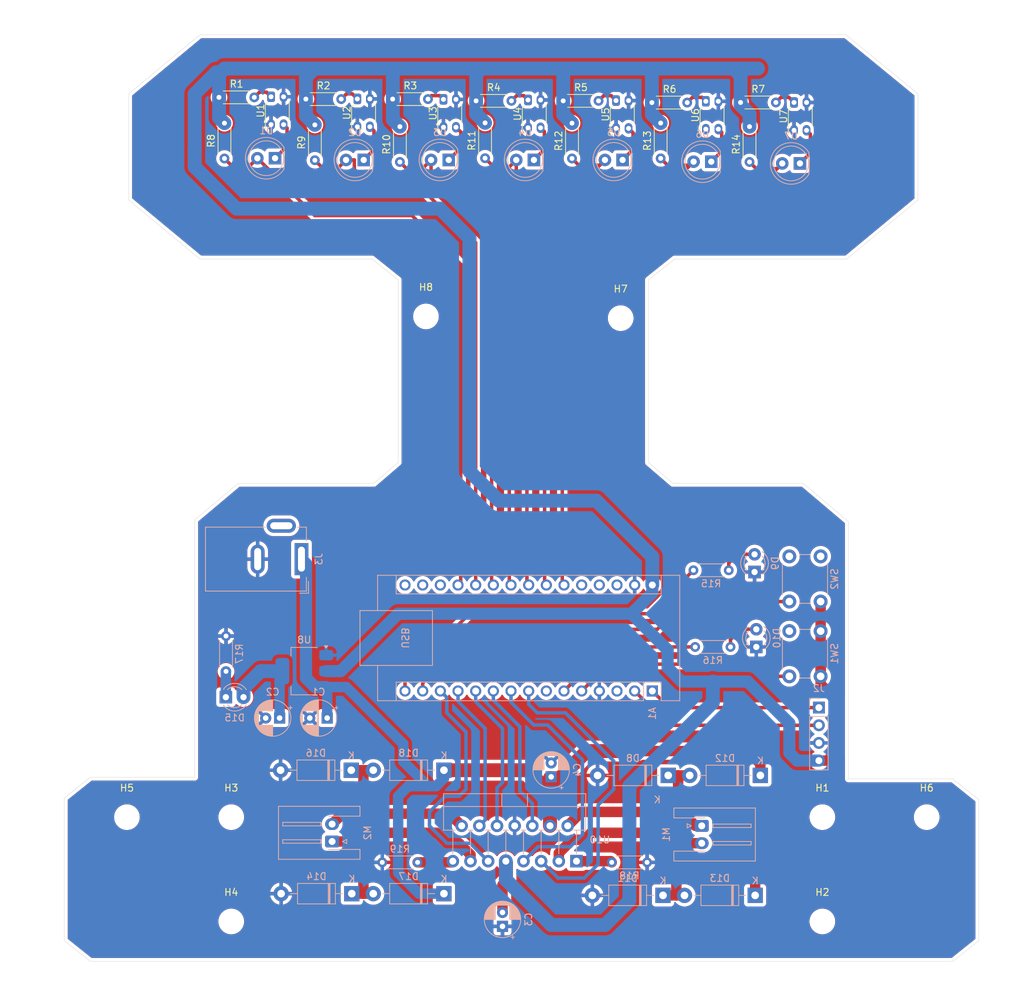
<source format=kicad_pcb>
(kicad_pcb (version 20240108) (generator "pcbnew") (generator_version "8.0")
  (layers (0 "F.Cu" signal) (31 "B.Cu" signal) (34 "B.Paste" user) (35 "F.Paste" user) (36 "B.SilkS" user "B.Silkscreen") (37 "F.SilkS" user "F.Silkscreen") (38 "B.Mask" user) (39 "F.Mask" user) (44 "Edge.Cuts" user))
  (net 0 "")
  (net 1 "Net-(D1-K)")
  (net 2 "A0")
  (net 3 "A1")
  (net 4 "Net-(D2-K)")
  (net 5 "Net-(D3-K)")
  (net 6 "A2")
  (net 7 "A3")
  (net 8 "Net-(D4-K)")
  (net 9 "A4")
  (net 10 "Net-(D5-K)")
  (net 11 "Net-(D6-K)")
  (net 12 "A5")
  (net 13 "A6")
  (net 14 "Net-(D7-K)")
  (net 15 "GND")
  (net 16 "Net-(U6-A)")
  (net 17 "Net-(U1-A)")
  (net 18 "Net-(U2-A)")
  (net 19 "Net-(U3-A)")
  (net 20 "Net-(U4-A)")
  (net 21 "Net-(U5-A)")
  (net 22 "Net-(U7-A)")
  (net 24 "B2")
  (net 26 "INB2")
  (net 29 "INB1")
  (net 30 "INA1")
  (net 31 "STBY")
  (net 34 "RX")
  (net 35 "PWMB")
  (net 36 "B1")
  (net 37 "LED1")
  (net 38 "INA2")
  (net 39 "IR")
  (net 40 "+5V")
  (net 41 "PWMA")
  (net 42 "TX")
  (net 43 "LED2")
  (net 44 "+9V")
  (net 45 "Net-(D9-A)")
  (net 46 "Net-(D10-A)")
  (net 47 "Net-(D15-K)")
  (net 49 "OUT1")
  (net 50 "OUT2")
  (net 51 "OUT3")
  (net 52 "OUT4")
  (net 53 "Net-(U10-SENSE_B)")
  (net 54 "Net-(U10-SENSE_A)")
  (footprint "OptoDevice:OnSemi_CASE100AQ" (layer "F.Cu") (at 144.674998 30.626664)
    (property "Reference" "U4")
    (property "Value" "QRE1113")
  )
  (footprint "Resistor_THT:R_Axial_DIN0204_L3.6mm_D1.6mm_P5.08mm_Horizontal" (layer "F.Cu") (at 126.249999 39.54 90)
    (property "Reference" "R10")
    (property "Value" "R")
  )
  (footprint "MountingHole:MountingHole_3.2mm_M3" (layer "F.Cu") (at 102 133.75)
    (property "Reference" "H3")
    (property "Value" "MountingHole")
  )
  (footprint "Resistor_THT:R_Axial_DIN0204_L3.6mm_D1.6mm_P5.08mm_Horizontal" (layer "F.Cu") (at 138.499999 39 90)
    (property "Reference" "R11")
    (property "Value" "R")
  )
  (footprint "OptoDevice:OnSemi_CASE100AQ" (layer "F.Cu") (at 107.724999 30.166666)
    (property "Reference" "U1")
    (property "Value" "QRE1113")
  )
  (footprint "Resistor_THT:R_Axial_DIN0204_L3.6mm_D1.6mm_P5.08mm_Horizontal" (layer "F.Cu") (at 137.209999 30.75)
    (property "Reference" "R4")
    (property "Value" "R")
  )
  (footprint "Resistor_THT:R_Axial_DIN0204_L3.6mm_D1.6mm_P5.08mm_Horizontal" (layer "F.Cu") (at 112.734999 30.5)
    (property "Reference" "R2")
    (property "Value" "R")
  )
  (footprint "MountingHole:MountingHole_3.2mm_M3" (layer "F.Cu") (at 102 148.75)
    (property "Reference" "H4")
    (property "Value" "MountingHole")
  )
  (footprint "MountingHole:MountingHole_3.2mm_M3" (layer "F.Cu") (at 202 133.75)
    (property "Reference" "H6")
    (property "Value" "MountingHole")
  )
  (footprint "Resistor_THT:R_Axial_DIN0204_L3.6mm_D1.6mm_P5.08mm_Horizontal" (layer "F.Cu") (at 163.749999 39.025 90)
    (property "Reference" "R13")
    (property "Value" "R")
  )
  (footprint "Resistor_THT:R_Axial_DIN0204_L3.6mm_D1.6mm_P5.08mm_Horizontal" (layer "F.Cu") (at 175.234999 30.985)
    (property "Reference" "R7")
    (property "Value" "R")
  )
  (footprint "MountingHole:MountingHole_3.2mm_M3" (layer "F.Cu") (at 187 133.75)
    (property "Reference" "H1")
    (property "Value" "MountingHole")
  )
  (footprint "Resistor_THT:R_Axial_DIN0204_L3.6mm_D1.6mm_P5.08mm_Horizontal" (layer "F.Cu") (at 100.234999 30.25)
    (property "Reference" "R1")
    (property "Value" "R")
  )
  (footprint "OptoDevice:OnSemi_CASE100AQ" (layer "F.Cu") (at 132.516665 30.543332)
    (property "Reference" "U3")
    (property "Value" "QRE1113")
  )
  (footprint "OptoDevice:OnSemi_CASE100AQ" (layer "F.Cu") (at 120.133332 30.475)
    (property "Reference" "U2")
    (property "Value" "QRE1113")
  )
  (footprint "Resistor_THT:R_Axial_DIN0204_L3.6mm_D1.6mm_P5.08mm_Horizontal" (layer "F.Cu") (at 149.734999 30.75)
    (property "Reference" "R5")
    (property "Value" "R")
  )
  (footprint "MountingHole:MountingHole_3.2mm_M3" (layer "F.Cu") (at 187 148.75)
    (property "Reference" "H2")
    (property "Value" "MountingHole")
  )
  (footprint "Resistor_THT:R_Axial_DIN0204_L3.6mm_D1.6mm_P5.08mm_Horizontal" (layer "F.Cu") (at 150.999999 39.04 90)
    (property "Reference" "R12")
    (property "Value" "R")
  )
  (footprint "Resistor_THT:R_Axial_DIN0204_L3.6mm_D1.6mm_P5.08mm_Horizontal" (layer "F.Cu") (at 114.024999 39.29 90)
    (property "Reference" "R9")
    (property "Value" "R")
  )
  (footprint "Resistor_THT:R_Axial_DIN0204_L3.6mm_D1.6mm_P5.08mm_Horizontal" (layer "F.Cu") (at 101.024999 39.04 90)
    (property "Reference" "R8")
    (property "Value" "R")
  )
  (footprint "Resistor_THT:R_Axial_DIN0204_L3.6mm_D1.6mm_P5.08mm_Horizontal" (layer "F.Cu") (at 162.484999 31)
    (property "Reference" "R6")
    (property "Value" "R")
  )
  (footprint "OptoDevice:OnSemi_CASE100AQ" (layer "F.Cu") (at 170.241664 30.81833)
    (property "Reference" "U6")
    (property "Value" "QRE1113")
  )
  (footprint "MountingHole:MountingHole_3.2mm_M3" (layer "F.Cu") (at 87 133.75)
    (property "Reference" "H5")
    (property "Value" "MountingHole")
  )
  (footprint "MountingHole:MountingHole_3.2mm_M3" (layer "F.Cu") (at 130 61.75)
    (property "Reference" "H8")
    (property "Value" "MountingHole")
  )
  (footprint "OptoDevice:OnSemi_CASE100AQ" (layer "F.Cu") (at 157.333331 30.709998)
    (property "Reference" "U5")
    (property "Value" "QRE1113")
  )
  (footprint "Resistor_THT:R_Axial_DIN0204_L3.6mm_D1.6mm_P5.08mm_Horizontal" (layer "F.Cu") (at 125.209999 30.5)
    (property "Reference" "R3")
    (property "Value" "R")
  )
  (footprint "OptoDevice:OnSemi_CASE100AQ" (layer "F.Cu") (at 182.924999 30.984996)
    (property "Reference" "U7")
    (property "Value" "QRE1113")
  )
  (footprint "MountingHole:MountingHole_3.2mm_M3" (layer "F.Cu") (at 158 62)
    (property "Reference" "H7")
    (property "Value" "MountingHole")
  )
  (footprint "Resistor_THT:R_Axial_DIN0204_L3.6mm_D1.6mm_P5.08mm_Horizontal" (layer "F.Cu") (at 176.524999 39.54 90)
    (property "Reference" "R14")
    (property "Value" "R")
  )
  (footprint "LED_THT:LED_D5.0mm" (layer "B.Cu") (at 108.299999 39 180)
    (property "Reference" "D1")
    (property "Value" "LED")
  )
  (footprint "Module:Arduino_Nano" (layer "B.Cu") (at 162.55 115.61 90)
    (property "Reference" "A1")
    (property "Value" "Arduino_Nano_v3.x")
  )
  (footprint "Capacitor_THT:CP_Radial_D5.0mm_P2.00mm" (layer "B.Cu") (at 148.005 127.955112 90)
    (property "Reference" "C4")
    (property "Value" "100n")
  )
  (footprint "LED_THT:LED_D3.0mm" (layer "B.Cu") (at 101.225 116.5)
    (property "Reference" "D15")
    (property "Value" "LED")
  )
  (footprint "Package_TO_SOT_THT:TO-220-15_P2.54x2.54mm_StaggerOdd_Lead4.58mm_Vertical" (layer "B.Cu") (at 151.645 140.08 180)
    (property "Reference" "U10")
    (property "Value" "L298N")
  )
  (footprint "Button_Switch_THT:SW_PUSH_6mm_H4.3mm" (layer "B.Cu") (at 186.75 113.5 90)
    (property "Reference" "SW1")
    (property "Value" "SW_Push")
  )
  (footprint "LED_THT:LED_D5.0mm" (layer "B.Cu") (at 133.274999 39.25 180)
    (property "Reference" "D3")
    (property "Value" "LED")
  )
  (footprint "Resistor_THT:R_Axial_DIN0204_L3.6mm_D1.6mm_P5.08mm_Horizontal" (layer "B.Cu") (at 168.46 98.25)
    (property "Reference" "R15")
    (property "Value" "1k")
  )
  (footprint "Diode_THT:D_DO-41_SOD81_P10.16mm_Horizontal" (layer "B.Cu") (at 177.335 145 180)
    (property "Reference" "D13")
    (property "Value" "1N4007")
  )
  (footprint "Package_TO_SOT_SMD:SOT-223-3_TabPin2" (layer "B.Cu") (at 112.5 112.75 180)
    (property "Reference" "U8")
    (property "Value" "AMS1117-5.0")
  )
  (footprint "Diode_THT:D_DO-41_SOD81_P10.16mm_Horizontal" (layer "B.Cu") (at 119.335 144.75 180)
    (property "Reference" "D14")
    (property "Value" "1N4007")
  )
  (footprint "LED_THT:LED_D3.0mm" (layer "B.Cu") (at 177.5 109.275 90)
    (property "Reference" "D10")
    (property "Value" "LED")
  )
  (footprint "LED_THT:LED_D5.0mm" (layer "B.Cu") (at 183.774999 39.75 180)
    (property "Reference" "D7")
    (property "Value" "LED")
  )
  (footprint "Diode_THT:D_DO-41_SOD81_P10.16mm_Horizontal" (layer "B.Cu") (at 164.085 145 180)
    (property "Reference" "D11")
    (property "Value" "1N4007")
  )
  (footprint "LED_THT:LED_D3.0mm" (layer "B.Cu") (at 177.25 98.5 90)
    (property "Reference" "D9")
    (property "Value" "LED")
  )
  (footprint "Capacitor_THT:CP_Radial_D5.0mm_P2.00mm" (layer "B.Cu") (at 141.005 149.455112 90)
    (property "Reference" "C3")
    (property "Value" "100n")
  )
  (footprint "Resistor_THT:R_Axial_DIN0204_L3.6mm_D1.6mm_P5.08mm_Horizontal" (layer "B.Cu") (at 168.71 109.275)
    (property "Reference" "R16")
    (property "Value" "1k")
  )
  (footprint "Diode_THT:D_DO-41_SOD81_P10.16mm_Horizontal" (layer "B.Cu") (at 178.085 127.75 180)
    (property "Reference" "D12")
    (property "Value" "1N4007")
  )
  (footprint "Capacitor_THT:CP_Radial_D5.0mm_P2.00mm" (layer "B.Cu") (at 108.955112 119.5 180)
    (property "Reference" "C2")
    (property "Value" "22u")
  )
  (footprint "LED_THT:LED_D5.0mm" (layer "B.Cu") (at 121.049999 39.25 180)
    (property "Reference" "D2")
    (property "Value" "LED")
  )
  (footprint "Diode_THT:D_DO-41_SOD81_P10.16mm_Horizontal" (layer "B.Cu") (at 164.835 127.75 180)
    (property "Reference" "D8")
    (property "Value" "1N4007")
  )
  (footprint "Connector_JST:JST_XH_S2B-XH-A-1_1x02_P2.50mm_Horizontal" (layer "B.Cu") (at 116.505 137.25 90)
    (property "Reference" "M2")
    (property "Value" "Motor_DC")
  )
  (footprint "Connector_BarrelJack:BarrelJack_GCT_DCJ200-10-A_Horizontal" (layer "B.Cu") (at 112.1 96.65 90)
    (property "Reference" "J3")
    (property "Value" "Input Power")
  )
  (footprint "LED_THT:LED_D5.0mm" (layer "B.Cu") (at 145.524999 39.25 180)
    (property "Reference" "D4")
    (property "Value" "LED")
  )
  (footprint "Connector_JST:JST_XH_S2B-XH-A-1_1x02_P2.50mm_Horizontal" (layer "B.Cu") (at 169.655 135 -90)
    (property "Reference" "M1")
    (property "Value" "Motor_DC")
  )
  (footprint "Resistor_THT:R_Axial_DIN0204_L3.6mm_D1.6mm_P5.08mm_Horizontal" (layer "B.Cu") (at 156.715 140.25)
    (property "Reference" "R18")
    (property "Value" "R")
  )
  (footprint "LED_THT:LED_D5.0mm" (layer "B.Cu") (at 158.274999 39.25 180)
    (property "Reference" "D5")
    (property "Value" "LED")
  )
  (footprint "Connector_PinSocket_2.54mm:PinSocket_1x04_P2.54mm_Vertical" (layer "B.Cu") (at 186.5 118 180)
    (property "Reference" "J2")
    (property "Value" "Bluetooth module")
  )
  (footprint "LED_THT:LED_D5.0mm" (layer "B.Cu") (at 171.024999 39.5 180)
    (property "Reference" "D6")
    (property "Value" "LED")
  )
  (footprint "Diode_THT:D_DO-41_SOD81_P10.16mm_Horizontal" (layer "B.Cu") (at 132.585 144.75 180)
    (property "Reference" "D17")
    (property "Value" "1N4007")
  )
  (footprint "Resistor_THT:R_Axial_DIN0204_L3.6mm_D1.6mm_P5.08mm_Horizontal" (layer "B.Cu") (at 128.795 140.25 180)
    (property "Reference" "R19")
    (property "Value" "R")
  )
  (footprint "Resistor_THT:R_Axial_DIN0204_L3.6mm_D1.6mm_P5.08mm_Horizontal" (layer "B.Cu") (at 101.25 112.79 90)
    (property "Reference" "R17")
    (property "Value" "1k")
  )
  (footprint "Diode_THT:D_DO-41_SOD81_P10.16mm_Horizontal" (layer "B.Cu") (at 132.585 127 180)
    (property "Reference" "D18")
    (property "Value" "1N4007")
  )
  (footprint "Diode_THT:D_DO-41_SOD81_P10.16mm_Horizontal" (layer "B.Cu") (at 119.255 127 180)
    (property "Reference" "D16")
    (property "Value" "1N4007")
  )
  (footprint "Button_Switch_THT:SW_PUSH_6mm_H4.3mm" (layer "B.Cu") (at 186.75 102.75 90)
    (property "Reference" "SW2")
    (property "Value" "SW_Push")
  )
  (footprint "Capacitor_THT:CP_Radial_D5.0mm_P2.50mm" (layer "B.Cu") (at 115.794886 119.5 180)
    (property "Reference" "C1")
    (property "Value" "22u")
  )
  (gr_line (start 190.75 128.25) (end 190.75 91.25) (stroke (width 0.05)) (layer "Edge.Cuts"))
  (gr_line (start 103 85.75) (end 122.501582 85.75) (stroke (width 0.05)) (layer "Edge.Cuts"))
  (gr_line (start 190.75 91.25) (end 184.25 85.75) (stroke (width 0.05)) (layer "Edge.Cuts"))
  (gr_line (start 162 82.75) (end 165.5 85.75) (stroke (width 0.05)) (layer "Edge.Cuts"))
  (gr_line (start 200.749999 29.75) (end 200.749999 45) (stroke (width 0.05)) (layer "Edge.Cuts"))
  (gr_line (start 126 82.75) (end 126 56.5) (stroke (width 0.05)) (layer "Edge.Cuts"))
  (gr_line (start 165.75 53.5) (end 190.499999 53.5) (stroke (width 0.05)) (layer "Edge.Cuts"))
  (gr_line (start 162 82.75) (end 162 56.5) (stroke (width 0.05)) (layer "Edge.Cuts"))
  (gr_line (start 165.75 53.5) (end 162 56.5) (stroke (width 0.05)) (layer "Edge.Cuts"))
  (gr_line (start 205.75 128.25) (end 209.5 131.25) (stroke (width 0.05)) (layer "Edge.Cuts"))
  (gr_line (start 78 131) (end 78 151.5) (stroke (width 0.05)) (layer "Edge.Cuts"))
  (gr_line (start 96.75 128) (end 81.75 128) (stroke (width 0.05)) (layer "Edge.Cuts"))
  (gr_line (start 209.5 131.25) (end 209.5 151.5) (stroke (width 0.05)) (layer "Edge.Cuts"))
  (gr_line (start 126 82.75) (end 122.5 85.75) (stroke (width 0.05)) (layer "Edge.Cuts"))
  (gr_line (start 97.499999 53.5) (end 122.25 53.5) (stroke (width 0.05)) (layer "Edge.Cuts"))
  (gr_line (start 190.75 128.25) (end 205.75 128.25) (stroke (width 0.05)) (layer "Edge.Cuts"))
  (gr_line (start 87.249999 45) (end 97.499999 53.5) (stroke (width 0.05)) (layer "Edge.Cuts"))
  (gr_line (start 81.75 128) (end 78 131) (stroke (width 0.05)) (layer "Edge.Cuts"))
  (gr_line (start 81.75 154.5) (end 205.75 154.5) (stroke (width 0.05)) (layer "Edge.Cuts"))
  (gr_line (start 122.25 53.5) (end 126 56.5) (stroke (width 0.05)) (layer "Edge.Cuts"))
  (gr_line (start 200.749999 45) (end 190.499999 53.5) (stroke (width 0.05)) (layer "Edge.Cuts"))
  (gr_line (start 96.75 91) (end 103 85.75) (stroke (width 0.05)) (layer "Edge.Cuts"))
  (gr_line (start 205.75 154.5) (end 209.5 151.5) (stroke (width 0.05)) (layer "Edge.Cuts"))
  (gr_line (start 184.25 85.75) (end 165.5 85.75) (stroke (width 0.05)) (layer "Edge.Cuts"))
  (gr_line (start 200.749999 29.75) (end 190.374999 21.25) (stroke (width 0.05)) (layer "Edge.Cuts"))
  (gr_line (start 97.499999 21.25) (end 190.374999 21.25) (stroke (width 0.05)) (layer "Edge.Cuts"))
  (gr_line (start 87.249999 29.75) (end 97.499999 21.25) (stroke (width 0.05)) (layer "Edge.Cuts"))
  (gr_line (start 96.75 128) (end 96.75 91) (stroke (width 0.05)) (layer "Edge.Cuts"))
  (gr_line (start 87.249999 29.75) (end 87.249999 45) (stroke (width 0.05)) (layer "Edge.Cuts"))
  (gr_line (start 81.75 154.5) (end 78 151.5) (stroke (width 0.05)) (layer "Edge.Cuts"))
  (segment (start 110.024999 34.666666) (end 110.024999 37.275) (width 0.5) (layer "F.Cu") (net 1))
  (segment (start 110.024999 37.275) (end 108.299999 39) (width 0.5) (layer "F.Cu") (net 1))
  (segment (start 109.524999 34.166666) (end 110.024999 34.666666) (width 0.5) (layer "F.Cu") (net 1))
  (segment (start 163.5 44.25) (end 149.6 58.15) (width 0.5) (layer "F.Cu") (net 2))
  (segment (start 149.6 100.12) (end 149.85 100.37) (width 0.5) (layer "F.Cu") (net 2))
  (segment (start 179.274999 40.5) (end 177.484999 40.5) (width 0.5) (layer "F.Cu") (net 2))
  (segment (start 176.734999 44.25) (end 163.5 44.25) (width 0.5) (layer "F.Cu") (net 2))
  (segment (start 149.6 58.15) (end 149.6 100.12) (width 0.5) (layer "F.Cu") (net 2))
  (segment (start 177.484999 40.5) (end 176.524999 39.54) (width 0.5) (layer "F.Cu") (net 2))
  (segment (start 181.234999 39.75) (end 180.484999 40.5) (width 0.5) (layer "F.Cu") (net 2))
  (segment (start 180.484999 40.5) (end 179.274999 40.5) (width 0.5) (layer "F.Cu") (net 2))
  (segment (start 181.234999 39.75) (end 176.734999 44.25) (width 0.5) (layer "F.Cu") (net 2))
  (segment (start 161.5 42.25) (end 147.06 56.69) (width 0.5) (layer "F.Cu") (net 3))
  (segment (start 168.484999 39.5) (end 167.984999 40) (width 0.5) (layer "F.Cu") (net 3))
  (segment (start 147.06 56.69) (end 147.06 100.12) (width 0.5) (layer "F.Cu") (net 3))
  (segment (start 165.734999 42.25) (end 161.5 42.25) (width 0.5) (layer "F.Cu") (net 3))
  (segment (start 147.06 100.12) (end 147.31 100.37) (width 0.5) (layer "F.Cu") (net 3))
  (segment (start 166.524999 40) (end 164.724999 40) (width 0.5) (layer "F.Cu") (net 3))
  (segment (start 167.984999 40) (end 166.524999 40) (width 0.5) (layer "F.Cu") (net 3))
  (segment (start 164.724999 40) (end 163.749999 39.025) (width 0.5) (layer "F.Cu") (net 3))
  (segment (start 168.484999 39.5) (end 165.734999 42.25) (width 0.5) (layer "F.Cu") (net 3))
  (segment (start 122.524999 37.775) (end 121.049999 39.25) (width 0.5) (layer "F.Cu") (net 4))
  (segment (start 122.524999 35.066667) (end 122.524999 37.775) (width 0.5) (layer "F.Cu") (net 4))
  (segment (start 121.933332 34.475) (end 122.524999 35.066667) (width 0.5) (layer "F.Cu") (net 4))
  (segment (start 135.024999 35.251666) (end 135.024999 37.5) (width 0.5) (layer "F.Cu") (net 5))
  (segment (start 134.316665 34.543332) (end 135.024999 35.251666) (width 0.5) (layer "F.Cu") (net 5))
  (segment (start 135.024999 37.5) (end 133.274999 39.25) (width 0.5) (layer "F.Cu") (net 5))
  (segment (start 155.734999 39.25) (end 144.52 50.464999) (width 0.5) (layer "F.Cu") (net 6))
  (segment (start 151.959999 40) (end 150.999999 39.04) (width 0.5) (layer "F.Cu") (net 6))
  (segment (start 154.984999 40) (end 154.024999 40) (width 0.5) (layer "F.Cu") (net 6))
  (segment (start 144.52 50.464999) (end 144.52 100.12) (width 0.5) (layer "F.Cu") (net 6))
  (segment (start 155.734999 39.25) (end 154.984999 40) (width 0.5) (layer "F.Cu") (net 6))
  (segment (start 144.52 100.12) (end 144.77 100.37) (width 0.5) (layer "F.Cu") (net 6))
  (segment (start 154.024999 40) (end 151.959999 40) (width 0.5) (layer "F.Cu") (net 6))
  (segment (start 142.984999 45.765001) (end 141.98 46.77) (width 0.5) (layer "F.Cu") (net 7))
  (segment (start 142.984999 39.25) (end 141.984999 40.25) (width 0.5) (layer "F.Cu") (net 7))
  (segment (start 141.984999 40.25) (end 140.774999 40.25) (width 0.5) (layer "F.Cu") (net 7))
  (segment (start 141.98 100.12) (end 142.23 100.37) (width 0.5) (layer "F.Cu") (net 7))
  (segment (start 142.984999 39.25) (end 142.984999 45.765001) (width 0.5) (layer "F.Cu") (net 7))
  (segment (start 139.749999 40.25) (end 138.499999 39) (width 0.5) (layer "F.Cu") (net 7))
  (segment (start 141.98 46.77) (end 141.98 100.12) (width 0.5) (layer "F.Cu") (net 7))
  (segment (start 140.774999 40.25) (end 139.749999 40.25) (width 0.5) (layer "F.Cu") (net 7))
  (segment (start 147.024999 35.176665) (end 147.024999 37.75) (width 0.5) (layer "F.Cu") (net 8))
  (segment (start 147.024999 37.75) (end 145.524999 39.25) (width 0.5) (layer "F.Cu") (net 8))
  (segment (start 146.474998 34.626664) (end 147.024999 35.176665) (width 0.5) (layer "F.Cu") (net 8))
  (segment (start 127.209999 40.5) (end 128.524999 40.5) (width 0.5) (layer "F.Cu") (net 9))
  (segment (start 128.524999 40.5) (end 129.484999 40.5) (width 0.5) (layer "F.Cu") (net 9))
  (segment (start 139.44 100.12) (end 139.69 100.37) (width 0.5) (layer "F.Cu") (net 9))
  (segment (start 130.734999 39.25) (end 130.734999 41.734999) (width 0.5) (layer "F.Cu") (net 9))
  (segment (start 130.734999 41.734999) (end 139.44 50.44) (width 0.5) (layer "F.Cu") (net 9))
  (segment (start 129.484999 40.5) (end 130.734999 39.25) (width 0.5) (layer "F.Cu") (net 9))
  (segment (start 126.249999 39.54) (end 127.209999 40.5) (width 0.5) (layer "F.Cu") (net 9))
  (segment (start 139.44 50.44) (end 139.44 100.12) (width 0.5) (layer "F.Cu") (net 9))
  (segment (start 159.133331 34.709998) (end 159.774999 35.351666) (width 0.5) (layer "F.Cu") (net 10))
  (segment (start 159.774999 35.351666) (end 159.774999 37.75) (width 0.5) (layer "F.Cu") (net 10))
  (segment (start 159.774999 37.75) (end 158.274999 39.25) (width 0.5) (layer "F.Cu") (net 10))
  (segment (start 172.524999 35.301665) (end 172.524999 38) (width 0.5) (layer "F.Cu") (net 11))
  (segment (start 172.524999 38) (end 171.024999 39.5) (width 0.5) (layer "F.Cu") (net 11))
  (segment (start 172.041664 34.81833) (end 172.524999 35.301665) (width 0.5) (layer "F.Cu") (net 11))
  (segment (start 114.024999 39.29) (end 115.234999 40.5) (width 0.5) (layer "F.Cu") (net 12))
  (segment (start 116.274999 40.5) (end 117.259999 40.5) (width 0.5) (layer "F.Cu") (net 12))
  (segment (start 137.15 51.15) (end 137.15 100.37) (width 0.5) (layer "F.Cu") (net 12))
  (segment (start 129.75 43.75) (end 137.15 51.15) (width 0.5) (layer "F.Cu") (net 12))
  (segment (start 119.699999 39.25) (end 119.699999 40.6) (width 0.5) (layer "F.Cu") (net 12))
  (segment (start 122.849999 43.75) (end 129.75 43.75) (width 0.5) (layer "F.Cu") (net 12))
  (segment (start 119.699999 40.6) (end 122.849999 43.75) (width 0.5) (layer "F.Cu") (net 12))
  (segment (start 115.234999 40.5) (end 116.274999 40.5) (width 0.5) (layer "F.Cu") (net 12))
  (segment (start 117.259999 40.5) (end 118.509999 39.25) (width 0.5) (layer "F.Cu") (net 12))
  (segment (start 118.509999 39.25) (end 119.699999 39.25) (width 0.5) (layer "F.Cu") (net 12))
  (segment (start 101.984999 40) (end 103.774999 40) (width 0.5) (layer "F.Cu") (net 13))
  (segment (start 103.774999 40) (end 104.759999 40) (width 0.5) (layer "F.Cu") (net 13))
  (segment (start 135 54.25) (end 135 99.98) (width 0.5) (layer "F.Cu") (net 13))
  (segment (start 114.009999 47.25) (end 128 47.25) (width 0.5) (layer "F.Cu") (net 13))
  (segment (start 104.759999 40) (end 105.759999 39) (width 0.5) (layer "F.Cu") (net 13))
  (segment (start 135 99.98) (end 134.61 100.37) (width 0.5) (layer "F.Cu") (net 13))
  (segment (start 101.024999 39.04) (end 101.984999 40) (width 0.5) (layer "F.Cu") (net 13))
  (segment (start 128 47.25) (end 135 54.25) (width 0.5) (layer "F.Cu") (net 13))
  (segment (start 105.759999 39) (end 114.009999 47.25) (width 0.5) (layer "F.Cu") (net 13))
  (segment (start 185.274999 38.25) (end 183.774999 39.75) (width 0.5) (layer "F.Cu") (net 14))
  (segment (start 184.724999 34.984996) (end 185.274999 35.534996) (width 0.5) (layer "F.Cu") (net 14))
  (segment (start 185.274999 35.534996) (end 185.274999 38.25) (width 0.5) (layer "F.Cu") (net 14))
  (segment (start 168.314999 30.25) (end 169.673334 30.25) (width 0.5) (layer "F.Cu") (net 16))
  (segment (start 169.673334 30.25) (end 170.241664 30.81833) (width 0.5) (layer "F.Cu") (net 16))
  (segment (start 167.564999 31) (end 168.314999 30.25) (width 0.5) (layer "F.Cu") (net 16))
  (segment (start 107.058333 29.5) (end 107.724999 30.166666) (width 0.5) (layer "F.Cu") (net 17))
  (segment (start 105.314999 30.25) (end 106.064999 29.5) (width 0.5) (layer "F.Cu") (net 17))
  (segment (start 106.064999 29.5) (end 107.058333 29.5) (width 0.5) (layer "F.Cu") (net 17))
  (segment (start 117.814999 30.5) (end 118.564999 29.75) (width 0.5) (layer "F.Cu") (net 18))
  (segment (start 118.564999 29.75) (end 119.408332 29.75) (width 0.5) (layer "F.Cu") (net 18))
  (segment (start 119.408332 29.75) (end 120.133332 30.475) (width 0.5) (layer "F.Cu") (net 18))
  (segment (start 130.289999 30.5) (end 130.789999 30) (width 0.5) (layer "F.Cu") (net 19))
  (segment (start 130.789999 30) (end 131.973333 30) (width 0.5) (layer "F.Cu") (net 19))
  (segment (start 131.973333 30) (end 132.516665 30.543332) (width 0.5) (layer "F.Cu") (net 19))
  (segment (start 142.289999 30.75) (end 143.039999 30) (width 0.5) (layer "F.Cu") (net 20))
  (segment (start 144.048334 30) (end 144.674998 30.626664) (width 0.5) (layer "F.Cu") (net 20))
  (segment (start 143.039999 30) (end 144.048334 30) (width 0.5) (layer "F.Cu") (net 20))
  (segment (start 155.564999 30) (end 156.623333 30) (width 0.5) (layer "F.Cu") (net 21))
  (segment (start 154.814999 30.75) (end 155.564999 30) (width 0.5) (layer "F.Cu") (net 21))
  (segment (start 156.623333 30) (end 157.333331 30.709998) (width 0.5) (layer "F.Cu") (net 21))
  (segment (start 180.314999 30.985) (end 181.049999 30.25) (width 0.5) (layer "F.Cu") (net 22))
  (segment (start 182.190003 30.25) (end 182.924999 30.984996) (width 0.5) (layer "F.Cu") (net 22))
  (segment (start 181.049999 30.25) (end 182.190003 30.25) (width 0.5) (layer "F.Cu") (net 22))
  (segment (start 137.25 106.75) (end 129.53 114.47) (width 0.5) (layer "F.Cu") (net 24))
  (segment (start 182.249999 102.75) (end 167.25 102.75) (width 0.5) (layer "F.Cu") (net 24))
  (segment (start 163.25 106.75) (end 137.25 106.75) (width 0.5) (layer "F.Cu") (net 24))
  (segment (start 129.53 114.47) (end 129.53 115.61) (width 0.5) (layer "F.Cu") (net 24))
  (segment (start 167.25 102.75) (end 163.25 106.75) (width 0.5) (layer "F.Cu") (net 24))
  (segment (start 134.610001 117.105) (end 134.610001 115.61) (width 0.5) (layer "B.Cu") (net 26))
  (segment (start 138.505001 121) (end 134.610001 117.105) (width 0.5) (layer "B.Cu") (net 26))
  (segment (start 138.505001 134.169999) (end 138.505001 121) (width 0.5) (layer "B.Cu") (net 26))
  (segment (start 137.675 135) (end 138.505001 134.169999) (width 0.5) (layer "B.Cu") (net 26))
  (segment (start 141.005 120.999999) (end 137.15 117.144999) (width 0.5) (layer "B.Cu") (net 29))
  (segment (start 141.005 128.75) (end 141.005 120.999999) (width 0.5) (layer "B.Cu") (net 29))
  (segment (start 137.15 117.144999) (end 137.15 115.61) (width 0.5) (layer "B.Cu") (net 29))
  (segment (start 140.215 135) (end 140.215 129.54) (width 0.5) (layer "B.Cu") (net 29))
  (segment (start 140.215 129.54) (end 141.005 128.75) (width 0.5) (layer "B.Cu") (net 29))
  (segment (start 157.005 129.75) (end 157.005 125.696346) (width 0.5) (layer "B.Cu") (net 30))
  (segment (start 157.005 125.696346) (end 150.058654 118.75) (width 0.5) (layer "B.Cu") (net 30))
  (segment (start 150.058654 118.75) (end 146 118.75) (width 0.5) (layer "B.Cu") (net 30))
  (segment (start 154.755 132) (end 157.005 129.75) (width 0.5) (layer "B.Cu") (net 30))
  (segment (start 154.755 140.5) (end 154.755 132) (width 0.5) (layer "B.Cu") (net 30))
  (segment (start 146.565001 140.08) (end 148.985001 142.5) (width 0.5) (layer "B.Cu") (net 30))
  (segment (start 144.769999 117.519999) (end 144.769999 115.61) (width 0.5) (layer "B.Cu") (net 30))
  (segment (start 148.985001 142.5) (end 152.755 142.5) (width 0.5) (layer "B.Cu") (net 30))
  (segment (start 152.755 142.5) (end 154.755 140.5) (width 0.5) (layer "B.Cu") (net 30))
  (segment (start 146 118.75) (end 144.769999 117.519999) (width 0.5) (layer "B.Cu") (net 30))
  (segment (start 186.5 118) (end 164.94 118) (width 0.5) (layer "F.Cu") (net 34))
  (segment (start 164.94 118) (end 162.55 115.61) (width 0.5) (layer "F.Cu") (net 34))
  (segment (start 136.365 137.5) (end 133.005 137.5) (width 0.5) (layer "B.Cu") (net 35))
  (segment (start 138.945 140.08) (end 136.365 137.5) (width 0.5) (layer "B.Cu") (net 35))
  (segment (start 130.505 135) (end 130.505 133) (width 0.5) (layer "B.Cu") (net 35))
  (segment (start 130.505 133) (end 132.755 130.75) (width 0.5) (layer "B.Cu") (net 35))
  (segment (start 135.755 121.505) (end 133 118.75) (width 0.5) (layer "B.Cu") (net 35))
  (segment (start 132.755 130.75) (end 134.755 130.75) (width 0.5) (layer "B.Cu") (net 35))
  (segment (start 134.755 130.75) (end 135.755 129.75) (width 0.5) (layer "B.Cu") (net 35))
  (segment (start 135.755 129.75) (end 135.755 121.505) (width 0.5) (layer "B.Cu") (net 35))
  (segment (start 133 118.75) (end 133 116.54) (width 0.5) (layer "B.Cu") (net 35))
  (segment (start 133 116.54) (end 132.07 115.61) (width 0.5) (layer "B.Cu") (net 35))
  (segment (start 133.005 137.5) (end 130.505 135) (width 0.5) (layer "B.Cu") (net 35))
  (segment (start 156.25 111.75) (end 152.39 115.61) (width 0.5) (layer "F.Cu") (net 36))
  (segment (start 179.25 113.5) (end 177.5 111.75) (width 0.5) (layer "F.Cu") (net 36))
  (segment (start 177.5 111.75) (end 156.25 111.75) (width 0.5) (layer "F.Cu") (net 36))
  (segment (start 182.249999 113.5) (end 179.25 113.5) (width 0.5) (layer "F.Cu") (net 36))
  (segment (start 168.71 109.275) (end 156.185 109.275) (width 0.5) (layer "F.Cu") (net 37))
  (segment (start 156.185 109.275) (end 149.85 115.61) (width 0.5) (layer "F.Cu") (net 37))
  (segment (start 146.105 138) (end 150.755 138) (width 0.5) (layer "B.Cu") (net 38))
  (segment (start 152.505 125.5) (end 147.505 120.5) (width 0.5) (layer "B.Cu") (net 38))
  (segment (start 150.755 138) (end 152.505 136.25) (width 0.5) (layer "B.Cu") (net 38))
  (segment (start 145.5 120.5) (end 142.23 117.23) (width 0.5) (layer "B.Cu") (net 38))
  (segment (start 152.505 136.25) (end 152.505 125.5) (width 0.5) (layer "B.Cu") (net 38))
  (segment (start 142.23 117.23) (end 142.23 115.61) (width 0.5) (layer "B.Cu") (net 38))
  (segment (start 147.505 120.5) (end 145.5 120.5) (width 0.5) (layer "B.Cu") (net 38))
  (segment (start 144.025 140.08) (end 146.105 138) (width 0.5) (layer "B.Cu") (net 38))
  (segment (start 186.75 111) (end 186.75 113.5) (width 1.5) (layer "F.Cu") (net 40))
  (segment (start 189.25 124.072081) (end 187.702081 125.62) (width 1.5) (layer "F.Cu") (net 40))
  (segment (start 186.75 114.65) (end 189.25 117.15) (width 1.5) (layer "F.Cu") (net 40))
  (segment (start 189.25 117.15) (end 189.25 124.072081) (width 1.5) (layer "F.Cu") (net 40))
  (segment (start 186.75 102.75) (end 186.75 111) (width 1.5) (layer "F.Cu") (net 40))
  (segment (start 187.702081 125.62) (end 186.5 125.62) (width 1.5) (layer "F.Cu") (net 40))
  (segment (start 141.005 147.455111) (end 141.005 143.5) (width 1.5) (layer "F.Cu") (net 40))
  (segment (start 141.755 140.35) (end 141.485 140.08) (width 1.5) (layer "F.Cu") (net 40))
  (segment (start 141.005 143.5) (end 141.755 142.75) (width 1.5) (layer "F.Cu") (net 40))
  (segment (start 141.755 142.75) (end 141.755 140.35) (width 1.5) (layer "F.Cu") (net 40))
  (segment (start 186.75 111) (end 186.75 114.65) (width 1.5) (layer "F.Cu") (net 40))
  (segment (start 100.234999 30.25) (end 100.024999 30.46) (width 0.5) (layer "F.Cu") (net 40))
  (segment (start 100.985 33.960001) (end 101.024999 33.960001) (width 0.5) (layer "F.Cu") (net 40))
  (segment (start 96.749999 37.75) (end 96.749999 40.249999) (width 2) (layer "B.Cu") (net 40))
  (segment (start 96.749999 40.249999) (end 102.75 46.25) (width 2) (layer "B.Cu") (net 40))
  (segment (start 162.489999 26.35) (end 162.489999 32.685001) (width 2) (layer "B.Cu") (net 40))
  (segment (start 164.75 109.69863) (end 164.75 112.25) (width 1.75) (layer "B.Cu") (net 40))
  (segment (start 137.209999 32.630001) (end 138.499999 33.920001) (width 2) (layer "B.Cu") (net 40))
  (segment (start 141.485 142.73) (end 141.485 140.08) (width 2) (layer "B.Cu") (net 40))
  (segment (start 159.25 145.755) (end 155.755 149.25) (width 2) (layer "B.Cu") (net 40))
  (segment (start 115.649999 112.75) (end 117.75 112.75) (width 1.75) (layer "B.Cu") (net 40))
  (segment (start 182.25 120.25) (end 182.25 124.5) (width 1.75) (layer "B.Cu") (net 40))
  (segment (start 140.5 88.25) (end 154.5 88.25) (width 2) (layer "B.Cu") (net 40))
  (segment (start 162.489999 32.685001) (end 163.749999 33.945001) (width 2) (layer "B.Cu") (net 40))
  (segment (start 125.239999 26.6) (end 125.239999 33.450001) (width 2) (layer "B.Cu") (net 40))
  (segment (start 171.25 114.25) (end 171.25 117.25) (width 2) (layer "B.Cu") (net 40))
  (segment (start 137.209999 26.88) (end 137.209999 32.630001) (width 2) (layer "B.Cu") (net 40))
  (segment (start 148.005 149.25) (end 141.485 142.73) (width 2) (layer "B.Cu") (net 40))
  (segment (start 176.25 114.25) (end 182.25 120.25) (width 1.75) (layer "B.Cu") (net 40))
  (segment (start 136.25 50.5) (end 136.25 84) (width 2) (layer "B.Cu") (net 40))
  (segment (start 106.25 112.75) (end 103.765 115.235) (width 2) (layer "B.Cu") (net 40))
  (segment (start 125.239999 33.450001) (end 126.249999 34.460001) (width 2) (layer "B.Cu") (net 40))
  (segment (start 103.765 115.235) (end 103.765 116.5) (width 2) (layer "B.Cu") (net 40))
  (segment (start 137.989999 26.1) (end 137.209999 26.88) (width 2) (layer "B.Cu") (net 40))
  (segment (start 182.25 124.5) (end 183.37 125.62) (width 1.75) (layer "B.Cu") (net 40))
  (segment (start 166.75 114.25) (end 176.25 114.25) (width 1.75) (layer "B.Cu") (net 40))
  (segment (start 175.239999 31.35) (end 176.524999 32.635) (width 2) (layer "B.Cu") (net 40))
  (segment (start 162.739999 26.1) (end 174.239999 26.1) (width 2) (layer "B.Cu") (net 40))
  (segment (start 171.25 117.25) (end 159.25 129.25) (width 2) (layer "B.Cu") (net 40))
  (segment (start 99.871839 26.62816) (end 100.518159 26.62816) (width 2) (layer "B.Cu") (net 40))
  (segment (start 112.739999 27.35) (end 112.739999 32.925001) (width 2) (layer "B.Cu") (net 40))
  (segment (start 112.739999 32.925001) (end 114.024999 34.210001) (width 2) (layer "B.Cu") (net 40))
  (segment (start 149.739999 32.700001) (end 150.999999 33.960001) (width 2) (layer "B.Cu") (net 40))
  (segment (start 174.239999 26.1) (end 177.739999 26.1) (width 2) (layer "B.Cu") (net 40))
  (segment (start 137.989999 26.1) (end 150.239999 26.1) (width 2) (layer "B.Cu") (net 40))
  (segment (start 154.5 88.25) (end 162.55 96.3) (width 2) (layer "B.Cu") (net 40))
  (segment (start 183.37 125.62) (end 186.5 125.62) (width 1.75) (layer "B.Cu") (net 40))
  (segment (start 96.749999 37.75) (end 96.749999 29.75) (width 2) (layer "B.Cu") (net 40))
  (segment (start 124.739999 26.1) (end 125.239999 26.6) (width 2) (layer "B.Cu") (net 40))
  (segment (start 149.739999 26.6) (end 149.739999 32.700001) (width 2) (layer "B.Cu") (net 40))
  (segment (start 159.55137 104.5) (end 162.55 101.50137) (width 1.75) (layer "B.Cu") (net 40))
  (segment (start 159.25 129.25) (end 159.25 145.755) (width 2) (layer "B.Cu") (net 40))
  (segment (start 136.25 84) (end 140.5 88.25) (width 2) (layer "B.Cu") (net 40))
  (segment (start 96.749999 29.75) (end 99.871839 26.62816) (width 2) (layer "B.Cu") (net 40))
  (segment (start 100.518159 26.62816) (end 100.249999 26.89632) (width 2) (layer "B.Cu") (net 40))
  (segment (start 162.55 96.3) (end 162.55 100.37) (width 2) (layer "B.Cu") (net 40))
  (segment (start 100.249999 26.89632) (end 100.249999 33.185001) (width 2) (layer "B.Cu") (net 40))
  (segment (start 164.75 112.25) (end 166.75 114.25) (width 1.75) (layer "B.Cu") (net 40))
  (segment (start 108.955112 119.5) (end 108.955112 113.144889) (width 1.5) (layer "B.Cu") (net 40))
  (segment (start 159.55137 104.5) (end 164.75 109.69863) (width 1.75) (layer "B.Cu") (net 40))
  (segment (start 112.239999 26.1) (end 124.739999 26.1) (width 2) (layer "B.Cu") (net 40))
  (segment (start 108.955112 113.144889) (end 109.350001 112.75) (width 1.5) (layer "B.Cu") (net 40))
  (segment (start 124.739999 26.1) (end 137.989999 26.1) (width 2) (layer "B.Cu") (net 40))
  (segment (start 101.046319 26.1) (end 112.239999 26.1) (width 2) (layer "B.Cu") (net 40))
  (segment (start 162.739999 26.1) (end 162.489999 26.35) (width 2) (layer "B.Cu") (net 40))
  (segment (start 176.524999 32.635) (end 176.524999 34.460001) (width 2) (layer "B.Cu") (net 40))
  (segment (start 100.249999 33.185001) (end 101.024999 33.960001) (width 2) (layer "B.Cu") (net 40))
  (segment (start 96.749999 38.485) (end 96.749999 37.75) (width 2) (layer "B.Cu") (net 40))
  (segment (start 102.75 46.25) (end 132 46.25) (width 2) (layer "B.Cu") (net 40))
  (segment (start 150.239999 26.1) (end 162.739999 26.1) (width 2) (layer "B.Cu") (net 40))
  (segment (start 117.75 112.75) (end 126 104.5) (width 1.75) (layer "B.Cu") (net 40))
  (segment (start 100.518159 26.62816) (end 101.046319 26.1) (width 2) (layer "B.Cu") (net 40))
  (segment (start 109.350001 112.75) (end 106.25 112.75) (width 2) (layer "B.Cu") (net 40))
  (segment (start 162.55 101.50137) (end 162.55 100.37) (width 1.75) (layer "B.Cu") (net 40))
  (segment (start 132 46.25) (end 136.25 50.5) (width 2) (layer "B.Cu") (net 40))
  (segment (start 174.239999 26.1) (end 175.239999 27.1) (width 2) (layer "B.Cu") (net 40))
  (segment (start 113.989999 26.1) (end 112.739999 27.35) (width 2) (layer "B.Cu") (net 40))
  (segment (start 155.755 149.25) (end 148.005 149.25) (width 2) (layer "B.Cu") (net 40))
  (segment (start 126 104.5) (end 159.55137 104.5) (width 1.75) (layer "B.Cu") (net 40))
  (segment (start 150.239999 26.1) (end 149.739999 26.6) (width 2) (layer "B.Cu") (net 40))
  (segment (start 175.239999 27.1) (end 175.239999 31.35) (width 2) (layer "B.Cu") (net 40))
  (segment (start 139.69 116.935) (end 139.69 115.61) (width 0.5) (layer "B.Cu") (net 41))
  (segment (start 145.294999 131.789999) (end 143.505001 130.000001) (width 0.5) (layer "B.Cu") (net 41))
  (segment (start 145.294999 135) (end 145.294999 131.789999) (width 0.5) (layer "B.Cu") (net 41))
  (segment (start 143.505001 130.000001) (end 143.505001 120.750001) (width 0.5) (layer "B.Cu") (net 41))
  (segment (start 143.505001 120.750001) (end 139.69 116.935) (width 0.5) (layer "B.Cu") (net 41))
  (segment (start 186.5 120.54) (end 164.94 120.54) (width 0.5) (layer "F.Cu") (net 42))
  (segment (start 164.94 120.54) (end 160.01 115.61) (width 0.5) (layer "F.Cu") (net 42))
  (segment (start 126.99 113.76) (end 126.99 115.61) (width 0.5) (layer "F.Cu") (net 43))
  (segment (start 168.46 98.25) (end 162.21 104.5) (width 0.5) (layer "F.Cu") (net 43))
  (segment (start 136.25 104.5) (end 126.99 113.76) (width 0.5) (layer "F.Cu") (net 43))
  (segment (start 162.21 104.5) (end 136.25 104.5) (width 0.5) (layer "F.Cu") (net 43))
  (segment (start 176.255 124.25) (end 172.505 124.25) (width 1.5) (layer "F.Cu") (net 44))
  (segment (start 172.505 124.25) (end 160.255 124.25) (width 1.5) (layer "F.Cu") (net 44))
  (segment (start 132.675001 127.090001) (end 132.585 127) (width 2) (layer "F.Cu") (net 44))
  (segment (start 147.835 128.125112) (end 147.835 135) (width 2) (layer "F.Cu") (net 44))
  (segment (start 160.255 124.25) (end 153.13 124.25) (width 2) (layer "F.Cu") (net 44))
  (segment (start 144.585 127) (end 147.835 130.25) (width 2) (layer "F.Cu") (net 44))
  (segment (start 172.505 138.25) (end 172.505 124.25) (width 1.5) (layer "F.Cu") (net 44))
  (segment (start 132.585 127) (end 144.585 127) (width 2) (layer "F.Cu") (net 44))
  (segment (start 177.335 145) (end 177.335 143.08) (width 1.5) (layer "F.Cu") (net 44))
  (segment (start 178.085 126.08) (end 176.255 124.25) (width 1.5) (layer "F.Cu") (net 44))
  (segment (start 177.335 143.08) (end 172.505 138.25) (width 1.5) (layer "F.Cu") (net 44))
  (segment (start 178.085 127.75) (end 178.085 126.08) (width 1.5) (layer "F.Cu") (net 44))
  (segment (start 153.13 124.25) (end 147.835 129.545) (width 2) (layer "F.Cu") (net 44))
  (segment (start 147.835 129.545) (end 147.835 130.25) (width 2) (layer "F.Cu") (net 44))
  (segment (start 127.4575 129.2925) (end 130.2925 129.2925) (width 1.5) (layer "B.Cu") (net 44))
  (segment (start 132.585 128.165) (end 132.585 127) (width 1.5) (layer "B.Cu") (net 44))
  (segment (start 132.585 144.75) (end 129.005 144.75) (width 1.5) (layer "B.Cu") (net 44))
  (segment (start 114.05 115.05) (end 115.65 115.05) (width 1.75) (layer "B.Cu") (net 44))
  (segment (start 115.794886 115.194886) (end 115.65 115.05) (width 1.5) (layer "B.Cu") (net 44))
  (segment (start 126.75 123.25) (end 126.75 125.75) (width 1.5) (layer "B.Cu") (net 44))
  (segment (start 131.4575 129.2925) (end 132.585 128.165) (width 1.5) (layer "B.Cu") (net 44))
  (segment (start 115.794886 119.5) (end 115.794886 115.194886) (width 1.5) (layer "B.Cu") (net 44))
  (segment (start 126.005 130.745) (end 127.4575 129.2925) (width 1.5) (layer "B.Cu") (net 44))
  (segment (start 112.1 96.65) (end 112.75 97.3) (width 1.75) (layer "B.Cu") (net 44))
  (segment (start 118.55 115.05) (end 126.75 123.25) (width 1.5) (layer "B.Cu") (net 44))
  (segment (start 112.75 97.3) (end 112.75 113.75) (width 1.75) (layer "B.Cu") (net 44))
  (segment (start 130.2925 129.2925) (end 131.4575 129.2925) (width 1.5) (layer "B.Cu") (net 44))
  (segment (start 129.005 144.75) (end 126.005 141.75) (width 1.5) (layer "B.Cu") (net 44))
  (segment (start 126.75 125.75) (end 130.2925 129.2925) (width 1.5) (layer "B.Cu") (net 44))
  (segment (start 112.75 113.75) (end 114.05 115.05) (width 1.75) (layer "B.Cu") (net 44))
  (segment (start 115.65 115.05) (end 118.55 115.05) (width 1.5) (layer "B.Cu") (net 44))
  (segment (start 126.005 141.75) (end 126.005 130.745) (width 1.5) (layer "B.Cu") (net 44))
  (segment (start 173.539999 97.210001) (end 174.79 95.96) (width 0.5) (layer "F.Cu") (net 45))
  (segment (start 173.539999 98.25) (end 173.539999 97.210001) (width 0.5) (layer "F.Cu") (net 45))
  (segment (start 174.79 95.96) (end 177.25 95.96) (width 0.5) (layer "F.Cu") (net 45))
  (segment (start 175.765 106.735) (end 177.5 106.735) (width 0.5) (layer "F.Cu") (net 46))
  (segment (start 173.789999 108.210001) (end 175.25 106.75) (width 0.5) (layer "F.Cu") (net 46))
  (segment (start 173.789999 109.275) (end 173.789999 108.210001) (width 0.5) (layer "F.Cu") (net 46))
  (segment (start 175.75 106.75) (end 175.765 106.735) (width 0.5) (layer "F.Cu") (net 46))
  (segment (start 175.25 106.75) (end 175.75 106.75) (width 0.5) (layer "F.Cu") (net 46))
  (segment (start 101.225 112.815) (end 101.25 112.79) (width 1.5) (layer "B.Cu") (net 47))
  (segment (start 101.225 116.5) (end 101.225 112.815) (width 1.5) (layer "B.Cu") (net 47))
  (segment (start 150.375 135) (end 152.375 133) (width 1.5) (layer "F.Cu") (net 49))
  (segment (start 168.755 135) (end 169.655 135) (width 1.5) (layer "F.Cu") (net 49))
  (segment (start 152.375 133) (end 166.755 133) (width 1.5) (layer "F.Cu") (net 49))
  (segment (start 166.255 132.5) (end 166.755 133) (width 1.5) (layer "F.Cu") (net 49))
  (segment (start 166.755 133) (end 168.755 135) (width 1.5) (layer "F.Cu") (net 49))
  (segment (start 166.255 127.75) (end 164.835 127.75) (width 1.5) (layer "F.Cu") (net 49))
  (segment (start 166.255 127.75) (end 166.255 132.5) (width 1.5) (layer "F.Cu") (net 49))
  (segment (start 167.925 127.75) (end 166.255 127.75) (width 1.5) (layer "F.Cu") (net 49))
  (segment (start 164.085 145) (end 166.005 145) (width 1.5) (layer "F.Cu") (net 50))
  (segment (start 153.755 136) (end 165.505 136) (width 1.5) (layer "F.Cu") (net 50))
  (segment (start 149.105 138.92) (end 151.025 137) (width 1.5) (layer "F.Cu") (net 50))
  (segment (start 167.005 137.5) (end 169.655 137.5) (width 1.5) (layer "F.Cu") (net 50))
  (segment (start 152.755 137) (end 153.755 136) (width 1.5) (layer "F.Cu") (net 50))
  (segment (start 151.025 137) (end 152.755 137) (width 1.5) (layer "F.Cu") (net 50))
  (segment (start 166.005 136.5) (end 165.505 136) (width 1.5) (layer "F.Cu") (net 50))
  (segment (start 165.505 136) (end 167.005 137.5) (width 1.5) (layer "F.Cu") (net 50))
  (segment (start 166.005 145) (end 167.175 145) (width 1.5) (layer "F.Cu") (net 50))
  (segment (start 149.105 140.08) (end 149.105 138.92) (width 1.5) (layer "F.Cu") (net 50))
  (segment (start 166.005 145) (end 166.005 136.5) (width 1.5) (layer "F.Cu") (net 50))
  (segment (start 121.005 136.25) (end 120.755 136) (width 1.5) (layer "F.Cu") (net 51))
  (segment (start 131.505 136) (end 120.755 136) (width 1.5) (layer "F.Cu") (net 51))
  (segment (start 121.005 144.75) (end 122.425 144.75) (width 1.5) (layer "F.Cu") (net 51))
  (segment (start 119.505 137.25) (end 116.505 137.25) (width 1.5) (layer "F.Cu") (net 51))
  (segment (start 120.755 136) (end 119.505 137.25) (width 1.5) (layer "F.Cu") (net 51))
  (segment (start 121.005 144.75) (end 121.005 136.25) (width 1.5) (layer "F.Cu") (net 51))
  (segment (start 133.005 137.5) (end 131.505 136) (width 1.5) (layer "F.Cu") (net 51))
  (segment (start 134.755 137.5) (end 133.005 137.5) (width 1.5) (layer "F.Cu") (net 51))
  (segment (start 136.405 139.15) (end 134.755 137.5) (width 1.5) (layer "F.Cu") (net 51))
  (segment (start 136.405 140.08) (end 136.405 139.15) (width 1.5) (layer "F.Cu") (net 51))
  (segment (start 119.335 144.75) (end 121.005 144.75) (width 1.5) (layer "F.Cu") (net 51))
  (segment (start 133.384999 133.25) (end 121.755 133.25) (width 1.5) (layer "F.Cu") (net 52))
  (segment (start 121.755 133.25) (end 118.005 133.25) (width 1.5) (layer "F.Cu") (net 52))
  (segment (start 119.255 127) (end 121.005 127) (width 1.5) (layer "F.Cu") (net 52))
  (segment (start 118.005 133.25) (end 116.505 134.75) (width 1.5) (layer "F.Cu") (net 52))
  (segment (start 121.005 132.5) (end 121.755 133.25) (width 1.5) (layer "F.Cu") (net 52))
  (segment (start 135.135 135.000001) (end 133.384999 133.25) (width 1.5) (layer "F.Cu") (net 52))
  (segment (start 121.005 127) (end 122.425 127) (width 1.5) (layer "F.Cu") (net 52))
  (segment (start 121.005 127) (end 121.005 132.5) (width 1.5) (layer "F.Cu") (net 52))
  (segment (start 128.795 140.25) (end 133.694999 140.25) (width 1.5) (layer "F.Cu") (net 53))
  (segment (start 133.694999 140.25) (end 133.864999 140.08) (width 1.5) (layer "F.Cu") (net 53))
  (segment (start 156.545 140.08) (end 156.715 140.25) (width 1.5) (layer "F.Cu") (net 54))
  (segment (start 151.645 140.08) (end 156.545 140.08) (width 1.5) (layer "F.Cu") (net 54))
  (zone (net 15) (net_name "GND") (layers "F&B.Cu") (connect_pads (clearance 0.5)) (min_thickness 0.25) (fill yes (thermal_gap 0.5) (thermal_bridge_width 0.5))
    (polygon (pts (xy 68.75 160.5) (xy 216 160) (xy 216 16.25) (xy 68.75 16.25)))
  )
)
</source>
